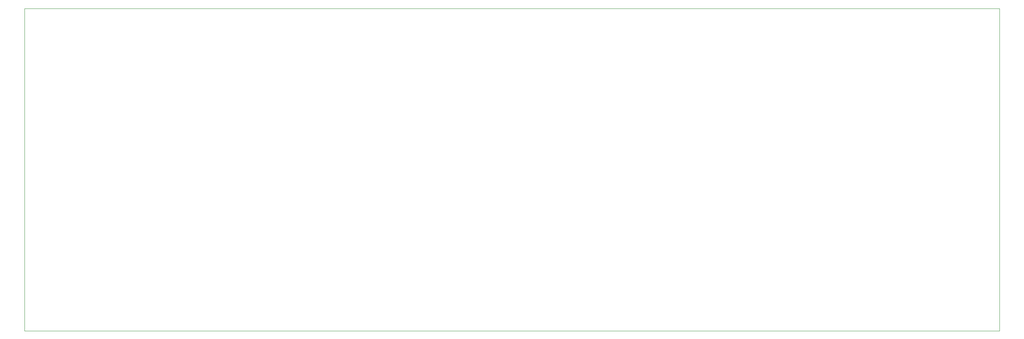
<source format=gm1>
G04 #@! TF.GenerationSoftware,KiCad,Pcbnew,5.1.6*
G04 #@! TF.CreationDate,2020-08-28T22:15:26-07:00*
G04 #@! TF.ProjectId,controller,636f6e74-726f-46c6-9c65-722e6b696361,rev?*
G04 #@! TF.SameCoordinates,Original*
G04 #@! TF.FileFunction,Profile,NP*
%FSLAX46Y46*%
G04 Gerber Fmt 4.6, Leading zero omitted, Abs format (unit mm)*
G04 Created by KiCad (PCBNEW 5.1.6) date 2020-08-28 22:15:26*
%MOMM*%
%LPD*%
G01*
G04 APERTURE LIST*
G04 #@! TA.AperFunction,Profile*
%ADD10C,0.100000*%
G04 #@! TD*
G04 APERTURE END LIST*
D10*
X236220000Y-29210000D02*
X236220000Y-102870000D01*
X13970000Y-29210000D02*
X236220000Y-29210000D01*
X13970000Y-102870000D02*
X13970000Y-29210000D01*
X236220000Y-102870000D02*
X13970000Y-102870000D01*
M02*

</source>
